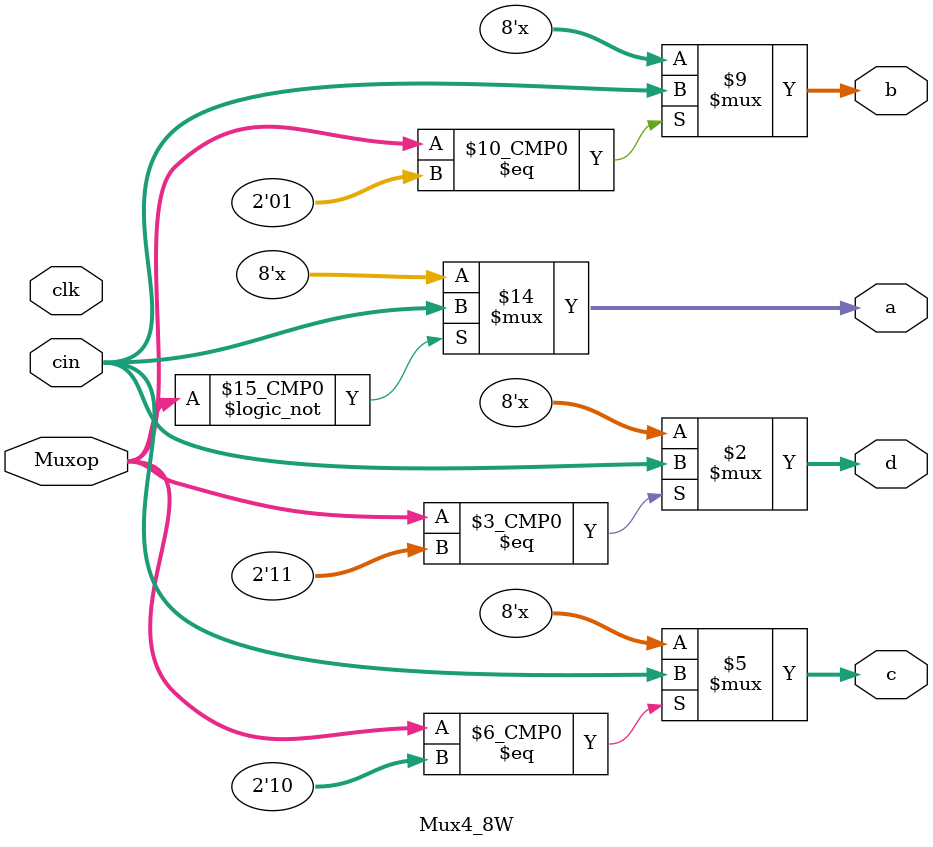
<source format=v>
module Mux2_5(
	input MuxOp,
    input [4:0] cin_a,
    input [4:0] cin_b,
    output [4:0] out
    );
assign out = MuxOp ?  cin_b : cin_a;
endmodule

module Mux2_32(
	input MuxOp,
    input [31:0] cin_a,
    input [31:0] cin_b,
    output [31:0] out
    );
assign out = MuxOp ? cin_b : cin_a;
endmodule

module Mux4_8R(clk,Muxop,a,b,c,d,out);
input clk;
input [1:0] Muxop;
input [7:0] a,b,c,d;
output reg [7:0] out;
always@(clk)
	 begin
	 case(Muxop)
                 2'b00:  out <= a;
				 2'b01:  out <= b;
				 2'b10:  out <= c; 
                 2'b11:  out <= d;
     endcase
	 end
endmodule 

module Mux4_8W(clk,Muxop,cin,a,b,c,d);
input clk;
input [1:0] Muxop;
input [7:0] cin;
output reg [7:0] a,b,c,d;
always@(clk)
	 begin
	 case(Muxop)
                 2'b00:  a <= cin ;
				 2'b01:  b<=  cin ;
				 2'b10:  c <= cin ;
                 2'b11:  d <= cin ;
     endcase
	 end
endmodule 
</source>
